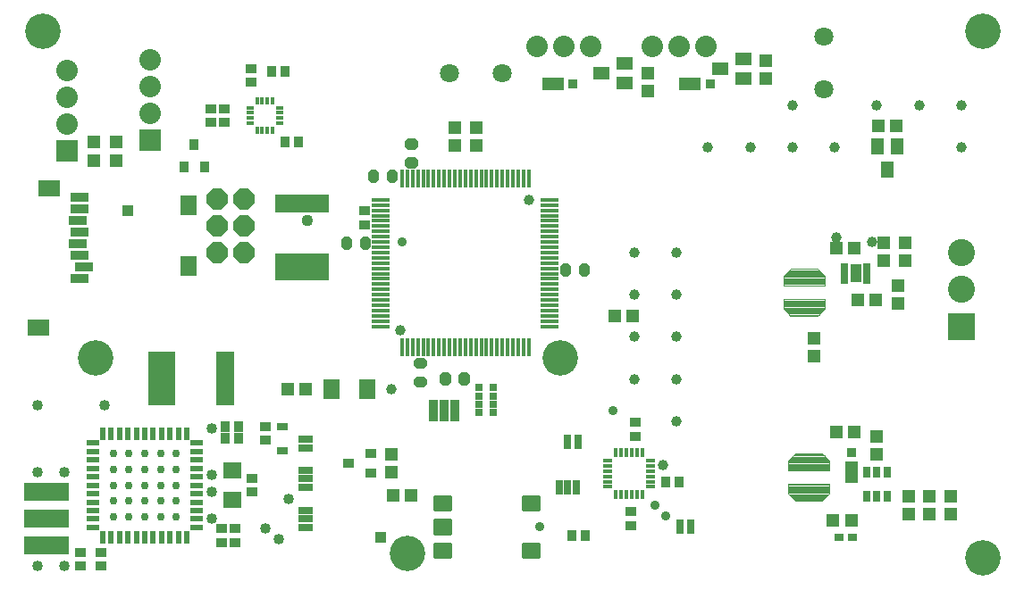
<source format=gts>
G75*
G70*
%OFA0B0*%
%FSLAX24Y24*%
%IPPOS*%
%LPD*%
%AMOC8*
5,1,8,0,0,1.08239X$1,22.5*
%
%ADD10C,0.1320*%
%ADD11R,0.0375X0.0178*%
%ADD12R,0.0178X0.0375*%
%ADD13R,0.0336X0.0414*%
%ADD14R,0.0414X0.0336*%
%ADD15R,0.0310X0.0560*%
%ADD16R,0.0454X0.0493*%
%ADD17C,0.0800*%
%ADD18R,0.0800X0.0800*%
%ADD19R,0.0611X0.0769*%
%ADD20R,0.0808X0.0611*%
%ADD21R,0.0651X0.0375*%
%ADD22R,0.0690X0.0611*%
%ADD23R,0.0560X0.0310*%
%ADD24R,0.1660X0.0660*%
%ADD25R,0.0454X0.0202*%
%ADD26R,0.0202X0.0454*%
%ADD27C,0.0296*%
%ADD28R,0.1005X0.2029*%
%ADD29R,0.0690X0.2029*%
%ADD30R,0.0387X0.0308*%
%ADD31R,0.1010X0.1010*%
%ADD32C,0.1010*%
%ADD33C,0.0331*%
%ADD34R,0.0651X0.0178*%
%ADD35R,0.0178X0.0651*%
%ADD36R,0.0336X0.0847*%
%ADD37R,0.0316X0.0257*%
%ADD38C,0.0092*%
%ADD39R,0.0312X0.0198*%
%ADD40C,0.0330*%
%ADD41R,0.0394X0.0669*%
%ADD42R,0.0296X0.0414*%
%ADD43R,0.0493X0.0454*%
%ADD44R,0.0493X0.0847*%
%ADD45R,0.0375X0.0375*%
%ADD46R,0.0336X0.0257*%
%ADD47C,0.0039*%
%ADD48R,0.2029X0.1005*%
%ADD49R,0.2029X0.0690*%
%ADD50C,0.0710*%
%ADD51R,0.0847X0.0493*%
%ADD52R,0.0170X0.0316*%
%ADD53R,0.0316X0.0170*%
%ADD54R,0.0414X0.0375*%
%ADD55R,0.0375X0.0414*%
%ADD56OC8,0.0800*%
%ADD57R,0.0611X0.0454*%
%ADD58R,0.0454X0.0611*%
%ADD59C,0.0400*%
%ADD60C,0.0351*%
%ADD61C,0.0397*%
%ADD62R,0.0436X0.0436*%
%ADD63C,0.0357*%
%ADD64C,0.0436*%
D10*
X004695Y008418D03*
X016329Y001134D03*
X022018Y008418D03*
X037766Y000937D03*
X037766Y020622D03*
X002727Y020622D03*
D11*
X023794Y004587D03*
X023794Y004390D03*
X023794Y004193D03*
X023794Y003996D03*
X023794Y003800D03*
X023794Y003603D03*
X025368Y003603D03*
X025368Y003800D03*
X025368Y003996D03*
X025368Y004193D03*
X025368Y004390D03*
X025368Y004587D03*
D12*
X025073Y004882D03*
X024876Y004882D03*
X024679Y004882D03*
X024483Y004882D03*
X024286Y004882D03*
X024089Y004882D03*
X024089Y003307D03*
X024286Y003307D03*
X024483Y003307D03*
X024679Y003307D03*
X024876Y003307D03*
X025073Y003307D03*
D13*
X025947Y003800D03*
X026459Y003800D03*
X022943Y001776D03*
X022431Y001776D03*
X010020Y005412D03*
X009508Y005412D03*
X009508Y005849D03*
X010020Y005849D03*
X011738Y016473D03*
X012250Y016473D03*
X011750Y019123D03*
X011238Y019123D03*
D14*
X010494Y019229D03*
X010494Y018717D03*
X009494Y017729D03*
X008994Y017729D03*
X008994Y017217D03*
X009494Y017217D03*
X014715Y013910D03*
X014715Y013398D03*
X011014Y005855D03*
X011014Y005343D03*
X010514Y003918D03*
X010514Y003406D03*
X009889Y002043D03*
X009389Y002043D03*
X009389Y001531D03*
X009889Y001531D03*
X004864Y001168D03*
X004864Y000656D03*
X004129Y000636D03*
X004129Y001148D03*
X024640Y002166D03*
X024640Y002678D03*
X024813Y005493D03*
X024813Y006004D03*
D15*
X022675Y005276D03*
X022275Y005276D03*
X022294Y003575D03*
X022614Y003575D03*
X021974Y003575D03*
X026487Y002126D03*
X026887Y002126D03*
D16*
X033829Y004815D03*
X033829Y005485D03*
X035010Y003241D03*
X035797Y003241D03*
X036585Y003241D03*
X036585Y002571D03*
X035797Y002571D03*
X035010Y002571D03*
X031467Y008477D03*
X031467Y009146D03*
X034616Y010445D03*
X034616Y011115D03*
X034892Y012040D03*
X034085Y012040D03*
X034085Y012709D03*
X034892Y012709D03*
X025297Y018394D03*
X025297Y019063D03*
X029687Y018863D03*
X029687Y019532D03*
X018868Y017020D03*
X018081Y017020D03*
X018081Y016351D03*
X018868Y016351D03*
X005443Y016469D03*
X005443Y015800D03*
X004616Y015800D03*
X004616Y016469D03*
X015719Y004815D03*
X015719Y004146D03*
D17*
X003609Y017166D03*
X003609Y018166D03*
X003609Y019166D03*
X006699Y019567D03*
X006699Y018567D03*
X006699Y017567D03*
X021132Y020056D03*
X022132Y020056D03*
X023132Y020056D03*
X025463Y020056D03*
X026463Y020056D03*
X027463Y020056D03*
D18*
X006699Y016567D03*
X003609Y016166D03*
D19*
X008132Y014111D03*
X008132Y011867D03*
X013475Y007237D03*
X014813Y007237D03*
D20*
X002561Y009563D03*
X002955Y014741D03*
D21*
X004077Y014430D03*
X004077Y013996D03*
X003998Y013563D03*
X004077Y013130D03*
X003998Y012697D03*
X004077Y012264D03*
X004234Y011831D03*
X004077Y011398D03*
D22*
X009764Y004213D03*
X009764Y003111D03*
D23*
X012514Y002732D03*
X012514Y002412D03*
X012514Y002092D03*
X012514Y003592D03*
X012514Y003912D03*
X012514Y004232D03*
X012514Y005062D03*
X012514Y005386D03*
D24*
X002854Y003402D03*
X002854Y002402D03*
X002854Y001402D03*
D25*
X004585Y002087D03*
X004585Y002402D03*
X004585Y002717D03*
X004585Y003032D03*
X004585Y003347D03*
X004585Y003662D03*
X004585Y003977D03*
X004585Y004292D03*
X004585Y004607D03*
X004585Y004922D03*
X004585Y005237D03*
X008443Y005237D03*
X008443Y004922D03*
X008443Y004607D03*
X008443Y004292D03*
X008443Y003977D03*
X008443Y003662D03*
X008443Y003347D03*
X008443Y003032D03*
X008443Y002717D03*
X008443Y002402D03*
X008443Y002087D03*
D26*
X008089Y001733D03*
X007774Y001733D03*
X007459Y001733D03*
X007144Y001733D03*
X006829Y001733D03*
X006514Y001733D03*
X006199Y001733D03*
X005884Y001733D03*
X005569Y001733D03*
X005254Y001733D03*
X004939Y001733D03*
X004939Y005591D03*
X005254Y005591D03*
X005569Y005591D03*
X005884Y005591D03*
X006199Y005591D03*
X006514Y005591D03*
X006829Y005591D03*
X007144Y005591D03*
X007459Y005591D03*
X007774Y005591D03*
X008089Y005591D03*
D27*
X007695Y004843D03*
X007105Y004843D03*
X006514Y004843D03*
X005923Y004843D03*
X005333Y004843D03*
X005333Y004252D03*
X005923Y004252D03*
X006514Y004252D03*
X007105Y004252D03*
X007695Y004252D03*
X007695Y003662D03*
X007105Y003662D03*
X007105Y003071D03*
X007695Y003071D03*
X007695Y002481D03*
X007105Y002481D03*
X006514Y002481D03*
X005923Y002481D03*
X005333Y002481D03*
X005333Y003071D03*
X005923Y003071D03*
X006514Y003071D03*
X006514Y003662D03*
X005923Y003662D03*
X005333Y003662D03*
D28*
X007154Y007662D03*
D29*
X009516Y007662D03*
D30*
X011639Y005865D03*
X011639Y004959D03*
D31*
X036979Y009599D03*
D32*
X036979Y010977D03*
X036979Y012355D03*
D33*
X022961Y011786D02*
X022961Y011624D01*
X022877Y011624D01*
X022877Y011786D01*
X022961Y011786D01*
X022261Y011786D02*
X022261Y011624D01*
X022177Y011624D01*
X022177Y011786D01*
X022261Y011786D01*
X016882Y008175D02*
X016720Y008175D01*
X016720Y008259D01*
X016882Y008259D01*
X016882Y008175D01*
X017689Y007711D02*
X017773Y007711D01*
X017773Y007549D01*
X017689Y007549D01*
X017689Y007711D01*
X018389Y007711D02*
X018473Y007711D01*
X018473Y007549D01*
X018389Y007549D01*
X018389Y007711D01*
X016882Y007475D02*
X016720Y007475D01*
X016720Y007559D01*
X016882Y007559D01*
X016882Y007475D01*
X014708Y012608D02*
X014708Y012770D01*
X014792Y012770D01*
X014792Y012608D01*
X014708Y012608D01*
X014008Y012608D02*
X014008Y012770D01*
X014092Y012770D01*
X014092Y012608D01*
X014008Y012608D01*
X015012Y015128D02*
X015012Y015290D01*
X015096Y015290D01*
X015096Y015128D01*
X015012Y015128D01*
X015712Y015128D02*
X015712Y015290D01*
X015796Y015290D01*
X015796Y015128D01*
X015712Y015128D01*
X016386Y015748D02*
X016548Y015748D01*
X016548Y015664D01*
X016386Y015664D01*
X016386Y015748D01*
X016386Y016448D02*
X016548Y016448D01*
X016548Y016364D01*
X016386Y016364D01*
X016386Y016448D01*
D34*
X015325Y014323D03*
X015325Y014126D03*
X015325Y013930D03*
X015325Y013733D03*
X015325Y013536D03*
X015325Y013339D03*
X015325Y013142D03*
X015325Y012945D03*
X015325Y012748D03*
X015325Y012552D03*
X015325Y012355D03*
X015325Y012158D03*
X015325Y011961D03*
X015325Y011764D03*
X015325Y011567D03*
X015325Y011370D03*
X015325Y011174D03*
X015325Y010977D03*
X015325Y010780D03*
X015325Y010583D03*
X015325Y010386D03*
X015325Y010189D03*
X015325Y009993D03*
X015325Y009796D03*
X015325Y009599D03*
X021624Y009599D03*
X021624Y009796D03*
X021624Y009993D03*
X021624Y010189D03*
X021624Y010386D03*
X021624Y010583D03*
X021624Y010780D03*
X021624Y010977D03*
X021624Y011174D03*
X021624Y011370D03*
X021624Y011567D03*
X021624Y011764D03*
X021624Y011961D03*
X021624Y012158D03*
X021624Y012355D03*
X021624Y012552D03*
X021624Y012748D03*
X021624Y012945D03*
X021624Y013142D03*
X021624Y013339D03*
X021624Y013536D03*
X021624Y013733D03*
X021624Y013930D03*
X021624Y014126D03*
X021624Y014323D03*
D35*
X020837Y015111D03*
X020640Y015111D03*
X020443Y015111D03*
X020246Y015111D03*
X020049Y015111D03*
X019853Y015111D03*
X019656Y015111D03*
X019459Y015111D03*
X019262Y015111D03*
X019065Y015111D03*
X018868Y015111D03*
X018671Y015111D03*
X018475Y015111D03*
X018278Y015111D03*
X018081Y015111D03*
X017884Y015111D03*
X017687Y015111D03*
X017490Y015111D03*
X017294Y015111D03*
X017097Y015111D03*
X016900Y015111D03*
X016703Y015111D03*
X016506Y015111D03*
X016309Y015111D03*
X016112Y015111D03*
X016112Y008811D03*
X016309Y008811D03*
X016506Y008811D03*
X016703Y008811D03*
X016900Y008811D03*
X017097Y008811D03*
X017294Y008811D03*
X017490Y008811D03*
X017687Y008811D03*
X017884Y008811D03*
X018081Y008811D03*
X018278Y008811D03*
X018475Y008811D03*
X018671Y008811D03*
X018868Y008811D03*
X019065Y008811D03*
X019262Y008811D03*
X019459Y008811D03*
X019656Y008811D03*
X019853Y008811D03*
X020049Y008811D03*
X020246Y008811D03*
X020443Y008811D03*
X020640Y008811D03*
X020837Y008811D03*
D36*
X018081Y006449D03*
X017687Y006449D03*
X017294Y006449D03*
D37*
X018996Y006370D03*
X019528Y006370D03*
X019528Y006685D03*
X019528Y007000D03*
X019528Y007315D03*
X018996Y007315D03*
X018996Y007000D03*
X018996Y006685D03*
D38*
X017908Y002745D02*
X017310Y002745D01*
X017310Y003263D01*
X017908Y003263D01*
X017908Y002745D01*
X017908Y002836D02*
X017310Y002836D01*
X017310Y002927D02*
X017908Y002927D01*
X017908Y003018D02*
X017310Y003018D01*
X017310Y003109D02*
X017908Y003109D01*
X017908Y003200D02*
X017310Y003200D01*
X017310Y001860D02*
X017908Y001860D01*
X017310Y001860D02*
X017310Y002378D01*
X017908Y002378D01*
X017908Y001860D01*
X017908Y001951D02*
X017310Y001951D01*
X017310Y002042D02*
X017908Y002042D01*
X017908Y002133D02*
X017310Y002133D01*
X017310Y002224D02*
X017908Y002224D01*
X017908Y002315D02*
X017310Y002315D01*
X017310Y000974D02*
X017908Y000974D01*
X017310Y000974D02*
X017310Y001492D01*
X017908Y001492D01*
X017908Y000974D01*
X017908Y001065D02*
X017310Y001065D01*
X017310Y001156D02*
X017908Y001156D01*
X017908Y001247D02*
X017310Y001247D01*
X017310Y001338D02*
X017908Y001338D01*
X017908Y001429D02*
X017310Y001429D01*
X020617Y000974D02*
X021215Y000974D01*
X020617Y000974D02*
X020617Y001492D01*
X021215Y001492D01*
X021215Y000974D01*
X021215Y001065D02*
X020617Y001065D01*
X020617Y001156D02*
X021215Y001156D01*
X021215Y001247D02*
X020617Y001247D01*
X020617Y001338D02*
X021215Y001338D01*
X021215Y001429D02*
X020617Y001429D01*
X020617Y002745D02*
X021215Y002745D01*
X020617Y002745D02*
X020617Y003263D01*
X021215Y003263D01*
X021215Y002745D01*
X021215Y002836D02*
X020617Y002836D01*
X020617Y002927D02*
X021215Y002927D01*
X021215Y003018D02*
X020617Y003018D01*
X020617Y003109D02*
X021215Y003109D01*
X021215Y003200D02*
X020617Y003200D01*
D39*
X032628Y011272D03*
X032628Y011469D03*
X032628Y011666D03*
X032628Y011863D03*
X033459Y011863D03*
X033459Y011666D03*
X033459Y011469D03*
X033459Y011272D03*
D40*
X033042Y011567D03*
D41*
X033042Y011587D03*
D42*
X033455Y004146D03*
X033829Y004146D03*
X034203Y004146D03*
X034203Y003241D03*
X033829Y003241D03*
X033455Y003241D03*
D43*
X032864Y002335D03*
X032195Y002335D03*
X032313Y005662D03*
X032983Y005662D03*
X024715Y009993D03*
X024046Y009993D03*
X032313Y012532D03*
X032983Y012532D03*
X033120Y010583D03*
X033790Y010583D03*
X033888Y017079D03*
X034557Y017079D03*
X012510Y007237D03*
X011841Y007237D03*
X015778Y003300D03*
X016447Y003300D03*
D44*
X032884Y004146D03*
D45*
X032884Y004894D03*
X027609Y018654D03*
X022490Y018654D03*
D46*
X032412Y001725D03*
X032923Y001725D03*
D47*
X031782Y003083D02*
X030797Y003083D01*
X030522Y003359D01*
X030522Y003713D01*
X032057Y003713D01*
X032057Y003359D01*
X031782Y003083D01*
X031803Y003104D02*
X030777Y003104D01*
X030739Y003142D02*
X031840Y003142D01*
X031878Y003180D02*
X030701Y003180D01*
X030663Y003217D02*
X031916Y003217D01*
X031954Y003255D02*
X030625Y003255D01*
X030587Y003293D02*
X031992Y003293D01*
X032030Y003331D02*
X030549Y003331D01*
X030522Y003369D02*
X032057Y003369D01*
X032057Y003407D02*
X030522Y003407D01*
X030522Y003445D02*
X032057Y003445D01*
X032057Y003483D02*
X030522Y003483D01*
X030522Y003520D02*
X032057Y003520D01*
X032057Y003558D02*
X030522Y003558D01*
X030522Y003596D02*
X032057Y003596D01*
X032057Y003634D02*
X030522Y003634D01*
X030522Y003672D02*
X032057Y003672D01*
X032057Y003710D02*
X030522Y003710D01*
X030522Y004225D02*
X032057Y004225D01*
X032057Y004579D01*
X031782Y004855D01*
X030797Y004855D01*
X030522Y004579D01*
X030522Y004225D01*
X030522Y004240D02*
X032057Y004240D01*
X032057Y004278D02*
X030522Y004278D01*
X030522Y004316D02*
X032057Y004316D01*
X032057Y004354D02*
X030522Y004354D01*
X030522Y004391D02*
X032057Y004391D01*
X032057Y004429D02*
X030522Y004429D01*
X030522Y004467D02*
X032057Y004467D01*
X032057Y004505D02*
X030522Y004505D01*
X030522Y004543D02*
X032057Y004543D01*
X032056Y004581D02*
X030524Y004581D01*
X030561Y004619D02*
X032018Y004619D01*
X031980Y004657D02*
X030599Y004657D01*
X030637Y004694D02*
X031942Y004694D01*
X031904Y004732D02*
X030675Y004732D01*
X030713Y004770D02*
X031866Y004770D01*
X031828Y004808D02*
X030751Y004808D01*
X030789Y004846D02*
X031791Y004846D01*
X031605Y009973D02*
X030620Y009973D01*
X030345Y010248D01*
X030345Y010603D01*
X031880Y010603D01*
X031880Y010248D01*
X031605Y009973D01*
X031628Y009996D02*
X030597Y009996D01*
X030559Y010034D02*
X031666Y010034D01*
X031704Y010072D02*
X030521Y010072D01*
X030483Y010110D02*
X031742Y010110D01*
X031779Y010148D02*
X030445Y010148D01*
X030408Y010186D02*
X031817Y010186D01*
X031855Y010224D02*
X030370Y010224D01*
X030345Y010261D02*
X031880Y010261D01*
X031880Y010299D02*
X030345Y010299D01*
X030345Y010337D02*
X031880Y010337D01*
X031880Y010375D02*
X030345Y010375D01*
X030345Y010413D02*
X031880Y010413D01*
X031880Y010451D02*
X030345Y010451D01*
X030345Y010489D02*
X031880Y010489D01*
X031880Y010526D02*
X030345Y010526D01*
X030345Y010564D02*
X031880Y010564D01*
X031880Y010602D02*
X030345Y010602D01*
X030345Y011115D02*
X031880Y011115D01*
X031880Y011469D01*
X031605Y011744D01*
X030620Y011744D01*
X030345Y011469D01*
X030345Y011115D01*
X030345Y011132D02*
X031880Y011132D01*
X031880Y011170D02*
X030345Y011170D01*
X030345Y011208D02*
X031880Y011208D01*
X031880Y011246D02*
X030345Y011246D01*
X030345Y011284D02*
X031880Y011284D01*
X031880Y011322D02*
X030345Y011322D01*
X030345Y011360D02*
X031880Y011360D01*
X031880Y011397D02*
X030345Y011397D01*
X030345Y011435D02*
X031880Y011435D01*
X031876Y011473D02*
X030349Y011473D01*
X030387Y011511D02*
X031838Y011511D01*
X031800Y011549D02*
X030425Y011549D01*
X030463Y011587D02*
X031762Y011587D01*
X031724Y011625D02*
X030501Y011625D01*
X030538Y011663D02*
X031686Y011663D01*
X031649Y011700D02*
X030576Y011700D01*
X030614Y011738D02*
X031611Y011738D01*
D48*
X012372Y011823D03*
D49*
X012372Y014185D03*
D50*
X017884Y019048D03*
X019853Y019048D03*
X031860Y018457D03*
X031860Y020426D03*
D51*
X026860Y018654D03*
X021742Y018654D03*
D52*
X011290Y018012D03*
X011093Y018012D03*
X010896Y018012D03*
X010699Y018012D03*
X010699Y016933D03*
X010896Y016933D03*
X011093Y016933D03*
X011290Y016933D03*
D53*
X011534Y017178D03*
X011534Y017374D03*
X011534Y017571D03*
X011534Y017768D03*
X010455Y017768D03*
X010455Y017571D03*
X010455Y017374D03*
X010455Y017178D03*
D54*
X014931Y004855D03*
X014105Y004481D03*
X014931Y004107D03*
D55*
X008731Y015544D03*
X007983Y015544D03*
X008357Y016370D03*
D56*
X009207Y014355D03*
X010207Y014355D03*
X010207Y013355D03*
X009207Y013355D03*
X009207Y012355D03*
X010207Y012355D03*
D57*
X023553Y019048D03*
X024420Y019422D03*
X024420Y018674D03*
X027983Y019225D03*
X028849Y019599D03*
X028849Y018851D03*
D58*
X033849Y016331D03*
X034597Y016331D03*
X034223Y015465D03*
D59*
X002514Y000662D03*
X003514Y000662D03*
X009014Y002402D03*
X009014Y003412D03*
X009014Y004037D03*
X011889Y003162D03*
X011014Y002037D03*
X011514Y001662D03*
X009014Y005787D03*
X005014Y006662D03*
X002514Y006662D03*
X002514Y004162D03*
X003514Y004162D03*
D60*
X021231Y002119D03*
X025955Y002512D03*
X023986Y006449D03*
D61*
X024774Y007630D03*
X026349Y007630D03*
X026349Y006056D03*
X025857Y004422D03*
X026349Y009205D03*
X024774Y009205D03*
X024774Y010780D03*
X026349Y010780D03*
X026349Y012355D03*
X024774Y012355D03*
X020837Y014323D03*
X027530Y016292D03*
X029105Y016292D03*
X030679Y016292D03*
X032254Y016292D03*
X030679Y017867D03*
X033829Y017867D03*
X035404Y017867D03*
X036979Y017867D03*
X036979Y016292D03*
X033632Y012748D03*
X032313Y012926D03*
X016034Y009461D03*
X015719Y007237D03*
D62*
X015325Y001725D03*
X005876Y013930D03*
D63*
X016112Y012748D03*
X025561Y002906D03*
D64*
X012569Y013536D03*
M02*

</source>
